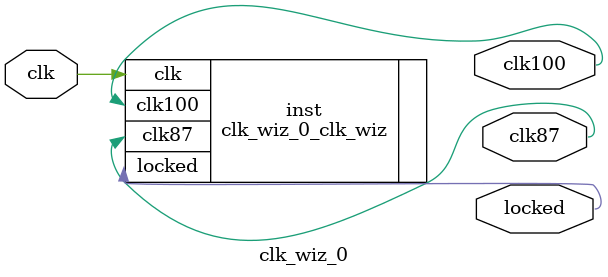
<source format=v>


`timescale 1ps/1ps

(* CORE_GENERATION_INFO = "clk_wiz_0,clk_wiz_v6_0_9_0_0,{component_name=clk_wiz_0,use_phase_alignment=true,use_min_o_jitter=false,use_max_i_jitter=false,use_dyn_phase_shift=false,use_inclk_switchover=false,use_dyn_reconfig=false,enable_axi=0,feedback_source=FDBK_AUTO,PRIMITIVE=MMCM,num_out_clk=2,clkin1_period=10.000,clkin2_period=10.000,use_power_down=false,use_reset=false,use_locked=true,use_inclk_stopped=false,feedback_type=SINGLE,CLOCK_MGR_TYPE=NA,manual_override=false}" *)

module clk_wiz_0 
 (
  // Clock out ports
  output        clk100,
  output        clk87,
  // Status and control signals
  output        locked,
 // Clock in ports
  input         clk
 );

  clk_wiz_0_clk_wiz inst
  (
  // Clock out ports  
  .clk100(clk100),
  .clk87(clk87),
  // Status and control signals               
  .locked(locked),
 // Clock in ports
  .clk(clk)
  );

endmodule

</source>
